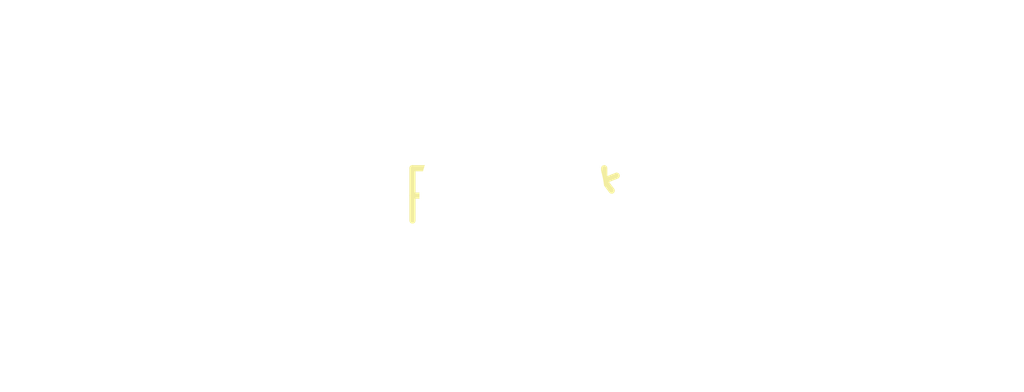
<source format=kicad_pcb>
(kicad_pcb (version 20240108) (generator pcbnew)
  (layers (0 "F.Cu" signal) (31 "B.Cu" signal) (34 "B.Paste" user) (35 "F.Paste" user) (36 "B.SilkS" user "B.Silkscreen") (37 "F.SilkS" user "F.Silkscreen") (38 "B.Mask" user) (39 "F.Mask" user) (44 "Edge.Cuts" user))
  (net 0 "")
  (footprint "MountingHole_4.5mm_Pad" (layer "F.Cu") (at 0 0)
    (property "Reference" "REF**")
    (property "Value" "MountingHole_4.5mm_Pad")
    (pad "1" thru_hole circle (at 0 0) (size 9 9) (drill 4.5) (layers *.Cu *.Mask) (remove_unused_layers))
  )
)
</source>
